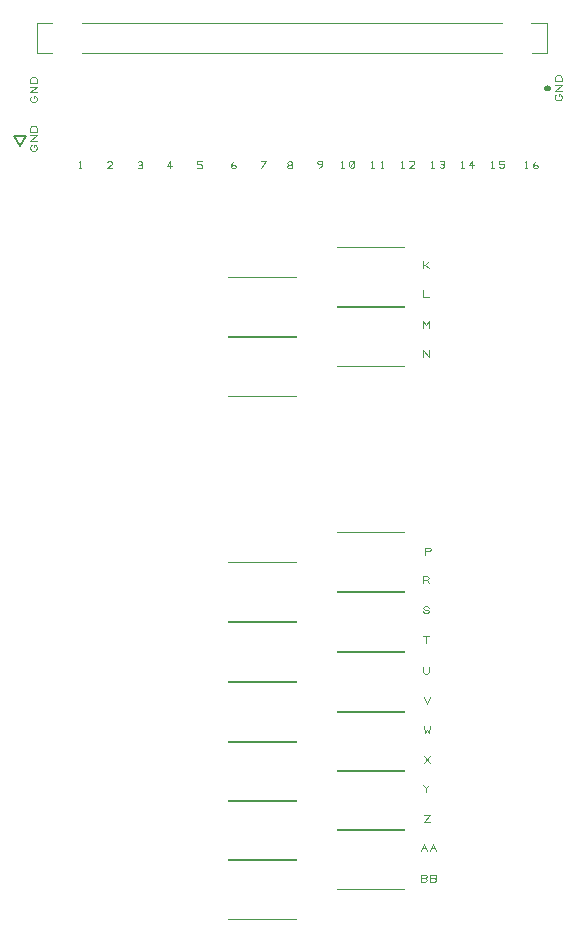
<source format=gbr>
G04 DesignSpark PCB Gerber Version 10.0 Build 5299*
%FSLAX35Y35*%
%MOIN*%
%ADD84C,0.00100*%
%ADD85C,0.00394*%
%ADD10C,0.00500*%
%ADD12C,0.01969*%
X0Y0D02*
D02*
D10*
X50617Y290568D02*
X54367D01*
X52378Y287253D01*
X50617Y290568D01*
D02*
D12*
X228100Y306368D02*
G75*
G03*
X228533I217J0D01*
G01*
X228100D02*
G75*
G02*
X228533I217J0D01*
G01*
X228139D02*
G75*
G03*
X228533I197J0D01*
G01*
X228139D02*
X228533D02*
D02*
D84*
X57164Y286982D02*
Y287573D01*
X57361D01*
X57755Y287376D01*
X57952Y287179D01*
X58148Y286785D01*
Y286392D01*
X57952Y285998D01*
X57755Y285801D01*
X57361Y285604D01*
X56574D01*
X56180Y285801D01*
X55983Y285998D01*
X55786Y286392D01*
Y286785D01*
X55983Y287179D01*
X56180Y287376D01*
X56574Y287573D01*
X58148Y288754D02*
X55786D01*
X58148Y290722D01*
X55786D01*
X58148Y291904D02*
X55786D01*
Y293085D01*
X55983Y293478D01*
X56180Y293675D01*
X56574Y293872D01*
X57361D01*
X57755Y293675D01*
X57952Y293478D01*
X58148Y293085D01*
Y291904D01*
X57164Y303232D02*
Y303823D01*
X57361D01*
X57755Y303626D01*
X57952Y303429D01*
X58148Y303035D01*
Y302642D01*
X57952Y302248D01*
X57755Y302051D01*
X57361Y301854D01*
X56574D01*
X56180Y302051D01*
X55983Y302248D01*
X55786Y302642D01*
Y303035D01*
X55983Y303429D01*
X56180Y303626D01*
X56574Y303823D01*
X58148Y305004D02*
X55786D01*
X58148Y306972D01*
X55786D01*
X58148Y308154D02*
X55786D01*
Y309335D01*
X55983Y309728D01*
X56180Y309925D01*
X56574Y310122D01*
X57361D01*
X57755Y309925D01*
X57952Y309728D01*
X58148Y309335D01*
Y308154D01*
X72021Y279913D02*
X72808D01*
X72415D02*
Y282275D01*
X72021Y281881D01*
X83202Y279723D02*
X81627D01*
X83005Y281101D01*
X83202Y281494D01*
X83005Y281888D01*
X82611Y282085D01*
X82021D01*
X81627Y281888D01*
X91824Y279920D02*
X92218Y279723D01*
X92611D01*
X93005Y279920D01*
X93202Y280313D01*
X93005Y280707D01*
X92611Y280904D01*
X92218D01*
X92611D02*
X93005Y281101D01*
X93202Y281494D01*
X93005Y281888D01*
X92611Y282085D01*
X92218D01*
X91824Y281888D01*
X102611Y279723D02*
Y282085D01*
X101627Y280510D01*
X103202D01*
X111627Y279920D02*
X112021Y279723D01*
X112611D01*
X113005Y279920D01*
X113202Y280313D01*
Y280510D01*
X113005Y280904D01*
X112611Y281101D01*
X111627D01*
Y282085D01*
X113202D01*
X122877Y280313D02*
X123074Y280707D01*
X123468Y280904D01*
X123861D01*
X124255Y280707D01*
X124452Y280313D01*
X124255Y279920D01*
X123861Y279723D01*
X123468D01*
X123074Y279920D01*
X122877Y280313D01*
Y280904D01*
X123074Y281494D01*
X123468Y281888D01*
X123861Y282085D01*
X132877Y279723D02*
X134452Y282085D01*
X132877D01*
X142218Y280904D02*
X142611D01*
X143005Y281101D01*
X143202Y281494D01*
X143005Y281888D01*
X142611Y282085D01*
X142218D01*
X141824Y281888D01*
X141627Y281494D01*
X141824Y281101D01*
X142218Y280904D01*
X141824Y280707D01*
X141627Y280313D01*
X141824Y279920D01*
X142218Y279723D01*
X142611D01*
X143005Y279920D01*
X143202Y280313D01*
X143005Y280707D01*
X142611Y280904D01*
X152218Y279913D02*
X152611Y280110D01*
X153005Y280504D01*
X153202Y281094D01*
Y281685D01*
X153005Y282078D01*
X152611Y282275D01*
X152218D01*
X151824Y282078D01*
X151627Y281685D01*
X151824Y281291D01*
X152218Y281094D01*
X152611D01*
X153005Y281291D01*
X153202Y281685D01*
X159521Y279913D02*
X160308D01*
X159915D02*
Y282275D01*
X159521Y281881D01*
X162474Y280110D02*
X162867Y279913D01*
X163261D01*
X163655Y280110D01*
X163852Y280504D01*
Y281685D01*
X163655Y282078D01*
X163261Y282275D01*
X162867D01*
X162474Y282078D01*
X162277Y281685D01*
Y280504D01*
X162474Y280110D01*
X163655Y282078D01*
X169521Y279913D02*
X170308D01*
X169915D02*
Y282275D01*
X169521Y281881D01*
X172670Y279913D02*
X173458D01*
X173064D02*
Y282275D01*
X172670Y281881D01*
X179521Y279913D02*
X180308D01*
X179915D02*
Y282275D01*
X179521Y281881D01*
X183852Y279913D02*
X182277D01*
X183655Y281291D01*
X183852Y281685D01*
X183655Y282078D01*
X183261Y282275D01*
X182670D01*
X182277Y282078D01*
X187478Y43122D02*
X187872Y42925D01*
X188069Y42531D01*
X187872Y42137D01*
X187478Y41941D01*
X186100D01*
Y44303D01*
X187478D01*
X187872Y44106D01*
X188069Y43712D01*
X187872Y43319D01*
X187478Y43122D01*
X186100D01*
X190628D02*
X191021Y42925D01*
X191218Y42531D01*
X191021Y42137D01*
X190628Y41941D01*
X189250D01*
Y44303D01*
X190628D01*
X191021Y44106D01*
X191218Y43712D01*
X191021Y43319D01*
X190628Y43122D01*
X189250D01*
X186100Y52191D02*
X187084Y54553D01*
X188069Y52191D01*
X186494Y53175D02*
X187675D01*
X189250Y52191D02*
X190234Y54553D01*
X191218Y52191D01*
X189643Y53175D02*
X190824D01*
X186824Y216691D02*
Y219053D01*
X188792Y216691D01*
Y219053D01*
X186824Y226441D02*
Y228803D01*
X187808Y227622D01*
X188792Y228803D01*
Y226441D01*
X186824Y239053D02*
Y236691D01*
X188792D01*
X186824Y246441D02*
Y248803D01*
Y247622D02*
X187414D01*
X188792Y248803D01*
X187414Y247622D02*
X188792Y246441D01*
X187834Y71941D02*
Y73122D01*
X186850Y74303D01*
X187834Y73122D02*
X188819Y74303D01*
X186850Y113553D02*
Y111781D01*
X187047Y111387D01*
X187441Y111191D01*
X188228D01*
X188622Y111387D01*
X188819Y111781D01*
Y113553D01*
X187834Y121441D02*
Y123803D01*
X186850D02*
X188819D01*
X186850Y132031D02*
X187047Y131637D01*
X187441Y131441D01*
X188228D01*
X188622Y131637D01*
X188819Y132031D01*
X188622Y132425D01*
X188228Y132622D01*
X187441D01*
X187047Y132819D01*
X186850Y133212D01*
X187047Y133606D01*
X187441Y133803D01*
X188228D01*
X188622Y133606D01*
X188819Y133212D01*
X186850Y141441D02*
Y143803D01*
X188228D01*
X188622Y143606D01*
X188819Y143212D01*
X188622Y142819D01*
X188228Y142622D01*
X186850D01*
X188228D02*
X188819Y141441D01*
X187100Y64303D02*
X189069D01*
X187100Y61941D01*
X189069D01*
X187100Y81441D02*
X189069Y83803D01*
X187100D02*
X189069Y81441D01*
X187100Y93803D02*
X187297Y91441D01*
X188084Y92622D01*
X188872Y91441D01*
X189069Y93803D01*
X187100Y103553D02*
X188084Y101191D01*
X189069Y103553D01*
X187350Y150941D02*
Y153303D01*
X188728D01*
X189122Y153106D01*
X189319Y152712D01*
X189122Y152319D01*
X188728Y152122D01*
X187350D01*
X189521Y279913D02*
X190308D01*
X189915D02*
Y282275D01*
X189521Y281881D01*
X192474Y280110D02*
X192867Y279913D01*
X193261D01*
X193655Y280110D01*
X193852Y280504D01*
X193655Y280897D01*
X193261Y281094D01*
X192867D01*
X193261D02*
X193655Y281291D01*
X193852Y281685D01*
X193655Y282078D01*
X193261Y282275D01*
X192867D01*
X192474Y282078D01*
X199521Y279913D02*
X200308D01*
X199915D02*
Y282275D01*
X199521Y281881D01*
X203261Y279913D02*
Y282275D01*
X202277Y280700D01*
X203852D01*
X209521Y279913D02*
X210308D01*
X209915D02*
Y282275D01*
X209521Y281881D01*
X212277Y280110D02*
X212670Y279913D01*
X213261D01*
X213655Y280110D01*
X213852Y280504D01*
Y280700D01*
X213655Y281094D01*
X213261Y281291D01*
X212277D01*
Y282275D01*
X213852D01*
X220771Y279723D02*
X221558D01*
X221165D02*
Y282085D01*
X220771Y281691D01*
X223527Y280313D02*
X223724Y280707D01*
X224117Y280904D01*
X224511D01*
X224905Y280707D01*
X225102Y280313D01*
X224905Y279920D01*
X224511Y279723D01*
X224117D01*
X223724Y279920D01*
X223527Y280313D01*
Y280904D01*
X223724Y281494D01*
X224117Y281888D01*
X224511Y282085D01*
X232109Y303817D02*
Y304407D01*
X232306D01*
X232700Y304211D01*
X232896Y304014D01*
X233093Y303620D01*
Y303226D01*
X232896Y302833D01*
X232700Y302636D01*
X232306Y302439D01*
X231519D01*
X231125Y302636D01*
X230928Y302833D01*
X230731Y303226D01*
Y303620D01*
X230928Y304014D01*
X231125Y304211D01*
X231519Y304407D01*
X233093Y305589D02*
X230731D01*
X233093Y307557D01*
X230731D01*
X233093Y308738D02*
X230731D01*
Y309919D01*
X230928Y310313D01*
X231125Y310510D01*
X231519Y310707D01*
X232306D01*
X232700Y310510D01*
X232896Y310313D01*
X233093Y309919D01*
Y308738D01*
D02*
D85*
X58100Y318100D02*
Y328100D01*
X63100D01*
X58100Y318100D02*
Y318179D01*
X63100D01*
Y318100D01*
X58100D01*
Y328100D01*
X63100D01*
X58100Y318100D02*
Y328100D02*
X63100D02*
X73100D02*
X121880Y29507D02*
X144320D01*
X121880Y49193D02*
X144320D01*
X121880Y49507D02*
X144320D01*
X121880Y68898D02*
X144320D01*
X121880Y69193D02*
X144320D01*
X121880Y88583D02*
X144320D01*
X121880Y88898D02*
X144320D01*
X121880Y108583D02*
X144320D01*
X121880Y108898D02*
X144320D01*
X121880Y128583D02*
X144320D01*
X121880Y128898D02*
X144320D01*
X121880Y148583D02*
X144320D01*
X121880Y203874D02*
X144320D01*
X121880Y223559D02*
X144320D01*
X121880Y223874D02*
X144320D01*
X121880Y243559D02*
X144320D01*
X158130Y39507D02*
X180570D01*
X158130Y59193D02*
X180570D01*
X158130Y59507D02*
X180570D01*
X158130Y78898D02*
X180570D01*
X158130Y79193D02*
X180570D01*
X158130Y98583D02*
X180570D01*
X158130Y98898D02*
X180570D01*
X158130Y118583D02*
X180570D01*
X158130Y118898D02*
X180570D01*
X158130Y138583D02*
X180570D01*
X158130Y138898D02*
X180570D01*
X158130Y158583D02*
X180570D01*
X158130Y213874D02*
X180570D01*
X158130Y233559D02*
X180570D01*
X158130Y233874D02*
X180570D01*
X158130Y253559D02*
X180570D01*
X213100Y318179D02*
X73218D01*
Y318100D01*
X213100D01*
Y318179D01*
Y328100D02*
X73100D01*
X213100D02*
X73100D01*
X222824D02*
X228100D01*
Y318179D01*
X222824Y328100D02*
X228100D01*
Y318179D01*
X223100Y318100D02*
X228100D02*
X223100D01*
X228100D02*
X223100D01*
X228100Y318179D02*
Y328100D02*
X0Y0D02*
M02*

</source>
